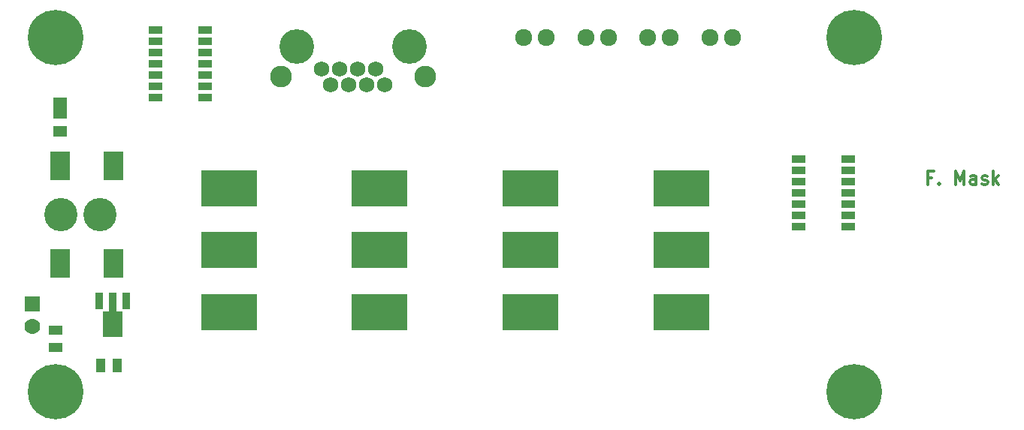
<source format=gts>
G04 (created by PCBNEW (2013-mar-13)-testing) date Thu 26 Sep 2013 17:04:14 BST*
%MOIN*%
G04 Gerber Fmt 3.4, Leading zero omitted, Abs format*
%FSLAX34Y34*%
G01*
G70*
G90*
G04 APERTURE LIST*
%ADD10C,0.005906*%
%ADD11C,0.011811*%
%ADD12C,0.075843*%
%ADD13R,0.059843X0.034843*%
%ADD14R,0.246063X0.159449*%
%ADD15R,0.044843X0.064843*%
%ADD16R,0.064843X0.044843*%
%ADD17C,0.246063*%
%ADD18C,0.153543*%
%ADD19C,0.068943*%
%ADD20C,0.096457*%
%ADD21R,0.088583X0.127953*%
%ADD22C,0.147638*%
%ADD23R,0.037443X0.072843*%
%ADD24R,0.037443X0.092543*%
%ADD25R,0.088543X0.118143*%
%ADD26R,0.064943X0.096443*%
%ADD27R,0.064943X0.045243*%
%ADD28R,0.069843X0.069843*%
%ADD29C,0.069843*%
G04 APERTURE END LIST*
G54D10*
G54D11*
X45565Y-12910D02*
X45368Y-12910D01*
X45368Y-13219D02*
X45368Y-12629D01*
X45649Y-12629D01*
X45874Y-13163D02*
X45902Y-13191D01*
X45874Y-13219D01*
X45846Y-13191D01*
X45874Y-13163D01*
X45874Y-13219D01*
X46605Y-13219D02*
X46605Y-12629D01*
X46802Y-13051D01*
X46999Y-12629D01*
X46999Y-13219D01*
X47533Y-13219D02*
X47533Y-12910D01*
X47505Y-12854D01*
X47449Y-12826D01*
X47336Y-12826D01*
X47280Y-12854D01*
X47533Y-13191D02*
X47477Y-13219D01*
X47336Y-13219D01*
X47280Y-13191D01*
X47252Y-13135D01*
X47252Y-13079D01*
X47280Y-13023D01*
X47336Y-12994D01*
X47477Y-12994D01*
X47533Y-12966D01*
X47786Y-13191D02*
X47843Y-13219D01*
X47955Y-13219D01*
X48011Y-13191D01*
X48039Y-13135D01*
X48039Y-13107D01*
X48011Y-13051D01*
X47955Y-13023D01*
X47871Y-13023D01*
X47814Y-12994D01*
X47786Y-12938D01*
X47786Y-12910D01*
X47814Y-12854D01*
X47871Y-12826D01*
X47955Y-12826D01*
X48011Y-12854D01*
X48293Y-13219D02*
X48293Y-12629D01*
X48349Y-12994D02*
X48517Y-13219D01*
X48517Y-12826D02*
X48293Y-13051D01*
G54D12*
X35720Y-6692D03*
X36720Y-6692D03*
X32964Y-6692D03*
X33964Y-6692D03*
X30208Y-6692D03*
X31208Y-6692D03*
X27452Y-6692D03*
X28452Y-6692D03*
G54D13*
X39648Y-12082D03*
X39648Y-12582D03*
X39648Y-13082D03*
X39648Y-13582D03*
X39648Y-14082D03*
X39648Y-14582D03*
X39648Y-15082D03*
X41848Y-15082D03*
X41848Y-14582D03*
X41848Y-14082D03*
X41848Y-13582D03*
X41848Y-13082D03*
X41848Y-12582D03*
X41848Y-12082D03*
X13304Y-9374D03*
X13304Y-8874D03*
X13304Y-8374D03*
X13304Y-7874D03*
X13304Y-7374D03*
X13304Y-6874D03*
X13304Y-6374D03*
X11104Y-6374D03*
X11104Y-6874D03*
X11104Y-7374D03*
X11104Y-7874D03*
X11104Y-8374D03*
X11104Y-8874D03*
X11104Y-9374D03*
G54D14*
X34448Y-13385D03*
X34448Y-16141D03*
X34448Y-18897D03*
X27755Y-13385D03*
X27755Y-16141D03*
X27755Y-18897D03*
X21062Y-13385D03*
X21062Y-16141D03*
X21062Y-18897D03*
X14370Y-13385D03*
X14370Y-16141D03*
X14370Y-18897D03*
G54D15*
X9430Y-21259D03*
X8680Y-21259D03*
G54D16*
X6692Y-19703D03*
X6692Y-20453D03*
G54D17*
X42125Y-22440D03*
X42125Y-6692D03*
X6692Y-6692D03*
X6692Y-22440D03*
G54D18*
X17381Y-7086D03*
X22381Y-7086D03*
G54D19*
X18476Y-8086D03*
X18877Y-8787D03*
X19279Y-8086D03*
X19681Y-8787D03*
X20082Y-8086D03*
X20484Y-8787D03*
X20885Y-8086D03*
X21287Y-8787D03*
G54D20*
X16681Y-8437D03*
X23082Y-8437D03*
G54D21*
X6889Y-16732D03*
X6889Y-12401D03*
X9251Y-12401D03*
X9251Y-16732D03*
G54D22*
X6929Y-14566D03*
X8661Y-14566D03*
G54D23*
X9803Y-18385D03*
G54D24*
X9212Y-18483D03*
G54D23*
X8621Y-18385D03*
G54D25*
X9212Y-19428D03*
G54D26*
X6890Y-9842D03*
G54D27*
X6890Y-10846D03*
G54D28*
X5649Y-18511D03*
G54D29*
X5649Y-19511D03*
M02*

</source>
